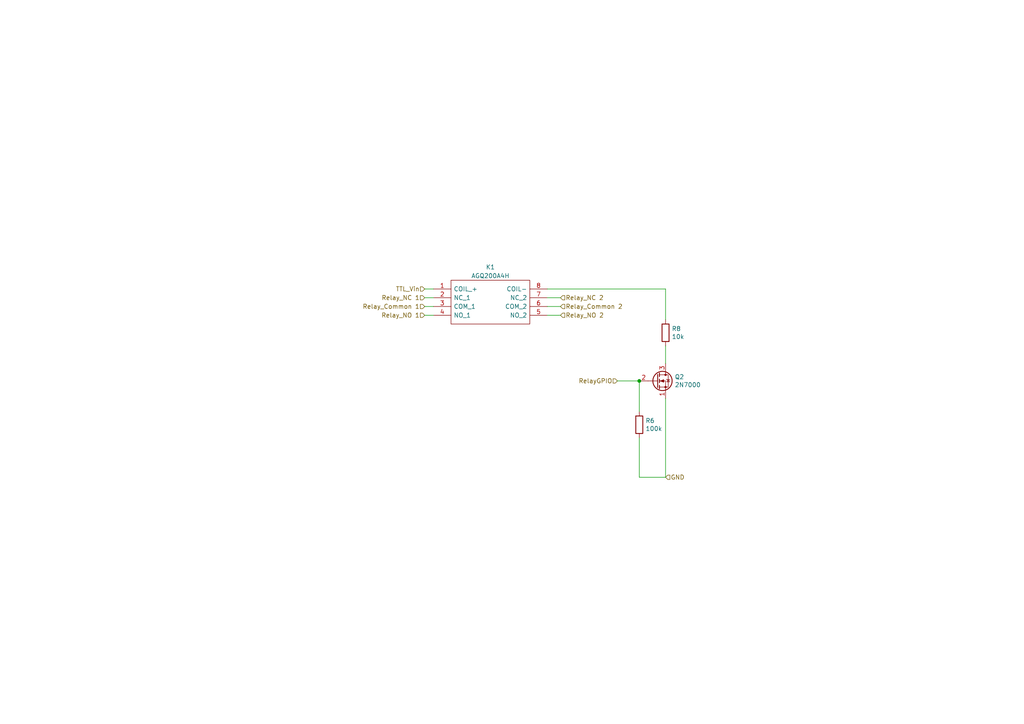
<source format=kicad_sch>
(kicad_sch (version 20230121) (generator eeschema)
  (paper "A4")
  (lib_symbols
    (symbol "Device:R" (pin_numbers hide) (pin_names (offset 0))
      (property "Reference" "R" (at 2.032 0 90))
      (property "Value" "R" (at 0 0 90))
      (symbol "R_0_1"
        (rectangle (start -1.016 -2.54) (end 1.016 2.54) (stroke (width 0.254)))
      )
      (symbol "R_1_1"
        (pin passive line (at 0 3.81 270) (length 1.27) (name "~") (number "1"))
        (pin passive line (at 0 -3.81 90) (length 1.27) (name "~") (number "2"))
      )
    )
    (symbol "SamacSys_Parts:AGQ200A4H" (pin_names (offset 0.762))
      (property "Reference" "K" (at 29.21 7.62 0))
      (property "Value" "AGQ200A4H" (at 29.21 5.08 0))
      (symbol "AGQ200A4H_0_0"
        (pin passive line (at 0 0 0) (length 5.08) (name "COIL_+") (number "1"))
        (pin passive line (at 0 -2.54 0) (length 5.08) (name "NC_1") (number "2"))
        (pin passive line (at 0 -5.08 0) (length 5.08) (name "COM_1") (number "3"))
        (pin passive line (at 0 -7.62 0) (length 5.08) (name "NO_1") (number "4"))
        (pin passive line (at 33.02 -7.62 180) (length 5.08) (name "NO_2") (number "5"))
        (pin passive line (at 33.02 -5.08 180) (length 5.08) (name "COM_2") (number "6"))
        (pin passive line (at 33.02 -2.54 180) (length 5.08) (name "NC_2") (number "7"))
        (pin passive line (at 33.02 0 180) (length 5.08) (name "COIL-") (number "8"))
      )
      (symbol "AGQ200A4H_0_1"
        (polyline (pts (xy 5.08 2.54) (xy 27.94 2.54) (xy 27.94 -10.16) (xy 5.08 -10.16) (xy 5.08 2.54)) (stroke (width 0.1524)))
      )
    )
    (symbol "Transistor_FET:2N7000" (pin_names hide)
      (property "Reference" "Q" (at 5.08 1.905 0))
      (property "Value" "2N7000" (at 5.08 0 0))
      (symbol "2N7000_0_1"
        (polyline (pts (xy 0.254 0) (xy -2.54 0)))
        (polyline (pts (xy 0.254 1.905) (xy 0.254 -1.905)) (stroke (width 0.254)))
        (polyline (pts (xy 0.762 -1.27) (xy 0.762 -2.286)) (stroke (width 0.254)))
        (polyline (pts (xy 0.762 0.508) (xy 0.762 -0.508)) (stroke (width 0.254)))
        (polyline (pts (xy 0.762 2.286) (xy 0.762 1.27)) (stroke (width 0.254)))
        (polyline (pts (xy 2.54 2.54) (xy 2.54 1.778)))
        (polyline (pts (xy 2.54 -2.54) (xy 2.54 0) (xy 0.762 0)))
        (polyline (pts (xy 0.762 -1.778) (xy 3.302 -1.778) (xy 3.302 1.778) (xy 0.762 1.778)))
        (polyline (pts (xy 1.016 0) (xy 2.032 0.381) (xy 2.032 -0.381) (xy 1.016 0)) (fill (type outline)))
        (polyline (pts (xy 2.794 0.508) (xy 2.921 0.381) (xy 3.683 0.381) (xy 3.81 0.254)))
        (polyline (pts (xy 3.302 0.381) (xy 2.921 -0.254) (xy 3.683 -0.254) (xy 3.302 0.381)))
        (circle (center 1.651 0) (radius 2.794) (stroke (width 0.254)))
        (circle (center 2.54 -1.778) (radius 0.254) (fill (type outline)))
        (circle (center 2.54 1.778) (radius 0.254) (fill (type outline)))
      )
      (symbol "2N7000_1_1"
        (pin passive line (at 2.54 -5.08 90) (length 2.54) (name "S") (number "1"))
        (pin input line (at -5.08 0 0) (length 2.54) (name "G") (number "2"))
        (pin passive line (at 2.54 5.08 270) (length 2.54) (name "D") (number "3"))
      )
    )
  )
  (junction (at 185.42 110.49))
  (wire (pts (xy 185.42 119.38) (xy 185.42 110.49)))
  (wire (pts (xy 123.19 83.82) (xy 125.73 83.82)))
  (wire (pts (xy 158.75 86.36) (xy 162.56 86.36)))
  (wire (pts (xy 179.07 110.49) (xy 185.42 110.49)))
  (wire (pts (xy 193.04 83.82) (xy 193.04 92.71)))
  (wire (pts (xy 158.75 88.9) (xy 162.56 88.9)))
  (wire (pts (xy 123.19 91.44) (xy 125.73 91.44)))
  (wire (pts (xy 158.75 83.82) (xy 193.04 83.82)))
  (wire (pts (xy 158.75 91.44) (xy 162.56 91.44)))
  (wire (pts (xy 193.04 115.57) (xy 193.04 138.43)))
  (wire (pts (xy 193.04 100.33) (xy 193.04 105.41)))
  (wire (pts (xy 185.42 138.43) (xy 193.04 138.43)))
  (wire (pts (xy 123.19 88.9) (xy 125.73 88.9)))
  (wire (pts (xy 185.42 127) (xy 185.42 138.43)))
  (wire (pts (xy 123.19 86.36) (xy 125.73 86.36)))
  (hierarchical_label "Relay_Common 1" (shape input) (at 123.19 88.9 180))
  (hierarchical_label "TTL_Vin" (shape input) (at 123.19 83.82 180))
  (hierarchical_label "Relay_NC 2" (shape input) (at 162.56 86.36 0))
  (hierarchical_label "GND" (shape input) (at 193.04 138.43 0))
  (hierarchical_label "Relay_NO 2" (shape input) (at 162.56 91.44 0))
  (hierarchical_label "Relay_NC 1" (shape input) (at 123.19 86.36 180))
  (hierarchical_label "RelayGPIO" (shape input) (at 179.07 110.49 180))
  (hierarchical_label "Relay_Common 2 " (shape input) (at 162.56 88.9 0))
  (hierarchical_label "Relay_NO 1" (shape input) (at 123.19 91.44 180))
  (symbol (lib_id "SamacSys_Parts:AGQ200A4H") (at 125.73 83.82 0) (unit 1)
    (property "Reference" "K1" (at 142.24 77.47 0))
    (property "Value" "AGQ200A4H" (at 142.24 80.01 0))
    (property "Footprint" "AGQ200A12" (effects hide))
    (property "Datasheet" "https://www3.panasonic.biz/ac/e/search_num/index.jsp?c=detail&part_no=AGQ200A12" (effects hide))
    (property "Description" "Panasonic DPDT Non-Latching Relay PCB Mount, 4.5V dc Coil, 1A" (effects hide))
    (property "Height" "5.4" (effects hide))
    (property "Mouser Part Number" "769-AGQ200A4H" (effects hide))
    (property "Mouser Price/Stock" "https://www.mouser.co.uk/ProductDetail/Panasonic-Industrial-Devices/AGQ200A4H?qs=HLLy2pIPwusT%2FRjelGae1A%3D%3D" (effects hide))
    (property "Manufacturer_Name" "Panasonic" (effects hide))
    (property "Manufacturer_Part_Number" "AGQ200A4H" (effects hide))
    (instances (project "Chilly Willy" (path "" (reference "K1") (unit 1)) (path "" (reference "K2") (unit 1)) (path "" (reference "K3") (unit 1)) (path "" (reference "K4") (unit 1)) (path "" (reference "K5") (unit 1)) (path "" (reference "K6") (unit 1)) (path "" (reference "K7") (unit 1)) (path "" (reference "K8") (unit 1))))
  )
  (symbol (lib_id "Transistor_FET:2N7000") (at 190.5 110.49 0) (unit 1)
    (property "Reference" "Q2" (at 195.6816 109.3216 0) (effects (justify left)))
    (property "Value" "2N7000" (at 195.6816 111.633 0) (effects (justify left)))
    (property "Footprint" "Package_TO_SOT_THT:TO-92_Inline" (effects hide))
    (property "Datasheet" "https://www.onsemi.com/pub/Collateral/NDS7002A-D.PDF" (effects hide))
    (instances (project "MakeItRain" (path "" (reference "Q2") (unit 1)) (path "" (reference "Q5") (unit 1)) (path "" (reference "Q8") (unit 1)) (path "" (reference "Q11") (unit 1))) (project "Chilly Willy" (path "" (reference "Q1") (unit 1)) (path "" (reference "Q2") (unit 1)) (path "" (reference "Q3") (unit 1)) (path "" (reference "Q4") (unit 1)) (path "" (reference "Q5") (unit 1)) (path "" (reference "Q6") (unit 1)) (path "" (reference "Q7") (unit 1)) (path "" (reference "Q8") (unit 1))))
  )
  (symbol (lib_id "Device:R") (at 193.04 96.52 0) (unit 1)
    (property "Reference" "R8" (at 194.818 95.3516 0) (effects (justify left)))
    (property "Value" "10k" (at 194.818 97.663 0) (effects (justify left)))
    (property "Footprint" "Resistor_THT:R_Axial_DIN0207_L6.3mm_D2.5mm_P2.54mm_Vertical" (effects hide))
    (instances (project "MakeItRain" (path "" (reference "R8") (unit 1)) (path "" (reference "R12") (unit 1)) (path "" (reference "R16") (unit 1)) (path "" (reference "R20") (unit 1))) (project "Chilly Willy" (path "" (reference "R2") (unit 1)) (path "" (reference "R4") (unit 1)) (path "" (reference "R6") (unit 1)) (path "" (reference "R8") (unit 1)) (path "" (reference "R10") (unit 1)) (path "" (reference "R12") (unit 1)) (path "" (reference "R14") (unit 1)) (path "" (reference "R16") (unit 1))))
  )
  (symbol (lib_id "Device:R") (at 185.42 123.19 0) (unit 1)
    (property "Reference" "R6" (at 187.198 122.0216 0) (effects (justify left)))
    (property "Value" "100k" (at 187.198 124.333 0) (effects (justify left)))
    (property "Footprint" "Resistor_THT:R_Axial_DIN0207_L6.3mm_D2.5mm_P2.54mm_Vertical" (effects hide))
    (instances (project "MakeItRain" (path "" (reference "R6") (unit 1)) (path "" (reference "R10") (unit 1)) (path "" (reference "R14") (unit 1)) (path "" (reference "R18") (unit 1))) (project "Chilly Willy" (path "" (reference "R1") (unit 1)) (path "" (reference "R3") (unit 1)) (path "" (reference "R5") (unit 1)) (path "" (reference "R7") (unit 1)) (path "" (reference "R9") (unit 1)) (path "" (reference "R11") (unit 1)) (path "" (reference "R13") (unit 1)) (path "" (reference "R15") (unit 1))))
  )
)
</source>
